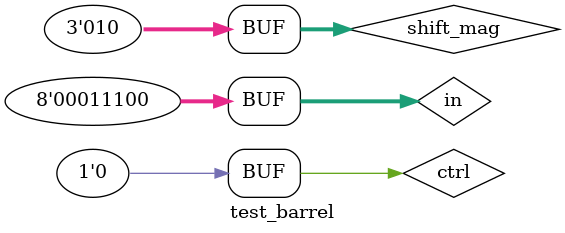
<source format=v>
`timescale 1ns / 1ps


module test_barrel;

	// Inputs
	reg [7:0] in;
	reg [2:0] shift_mag;
	reg ctrl;

	// Outputs
	wire [7:0] out;

	// Instantiate the Unit Under Test (UUT)
	barrel uut (
		.out(out), 
		.in(in), 
		.shift_mag(shift_mag), 
		.ctrl(ctrl)
	);

	initial begin
		// Initialize Inputs
		in = 010110011;
		shift_mag = 3;
		ctrl = 1;
		#50;
		in = 11011100;
		shift_mag = 2;
		ctrl = 0;
		#50;       
		// Add stimulus here

	end
      
endmodule


</source>
